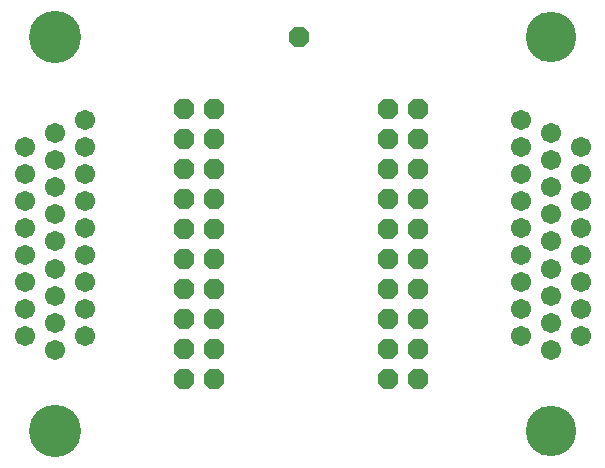
<source format=gts>
G75*
%MOIN*%
%OFA0B0*%
%FSLAX24Y24*%
%IPPOS*%
%LPD*%
%AMOC8*
5,1,8,0,0,1.08239X$1,22.5*
%
%ADD10C,0.0674*%
%ADD11C,0.1740*%
%ADD12C,0.1681*%
%ADD13OC8,0.0680*%
D10*
X004660Y004094D03*
X005660Y004544D03*
X004660Y004995D03*
X005660Y005446D03*
X004660Y005897D03*
X005660Y006348D03*
X004660Y006798D03*
X005660Y007249D03*
X004660Y007700D03*
X005660Y008151D03*
X004660Y008602D03*
X005660Y009052D03*
X004660Y009503D03*
X005660Y009954D03*
X004660Y010405D03*
X005660Y010856D03*
X004660Y011306D03*
X005660Y011757D03*
X003660Y010856D03*
X003660Y009954D03*
X003660Y009052D03*
X003660Y008151D03*
X003660Y007249D03*
X003660Y006348D03*
X003660Y005446D03*
X003660Y004544D03*
X020210Y004544D03*
X021210Y004094D03*
X022210Y004544D03*
X021210Y004995D03*
X020210Y005446D03*
X021210Y005897D03*
X020210Y006348D03*
X021210Y006798D03*
X020210Y007249D03*
X021210Y007700D03*
X020210Y008151D03*
X021210Y008602D03*
X020210Y009052D03*
X021210Y009503D03*
X020210Y009954D03*
X021210Y010405D03*
X020210Y010856D03*
X021210Y011306D03*
X020210Y011757D03*
X022210Y010856D03*
X022210Y009954D03*
X022210Y009052D03*
X022210Y008151D03*
X022210Y007249D03*
X022210Y006348D03*
X022210Y005446D03*
D11*
X004660Y001391D03*
X004660Y014509D03*
D12*
X021210Y014509D03*
X021210Y001391D03*
D13*
X016760Y003100D03*
X015760Y003100D03*
X015760Y004100D03*
X016760Y004100D03*
X016760Y005100D03*
X015760Y005100D03*
X015760Y006100D03*
X016760Y006100D03*
X016760Y007100D03*
X015760Y007100D03*
X015760Y008100D03*
X016760Y008100D03*
X016760Y009100D03*
X015760Y009100D03*
X015760Y010100D03*
X016760Y010100D03*
X016760Y011100D03*
X015760Y011100D03*
X015760Y012100D03*
X016760Y012100D03*
X012810Y014500D03*
X009960Y012100D03*
X008960Y012100D03*
X008960Y011100D03*
X009960Y011100D03*
X009960Y010100D03*
X008960Y010100D03*
X008960Y009100D03*
X009960Y009100D03*
X009960Y008100D03*
X008960Y008100D03*
X008960Y007100D03*
X009960Y007100D03*
X009960Y006100D03*
X008960Y006100D03*
X008960Y005100D03*
X009960Y005100D03*
X009960Y004100D03*
X008960Y004100D03*
X008960Y003100D03*
X009960Y003100D03*
M02*

</source>
